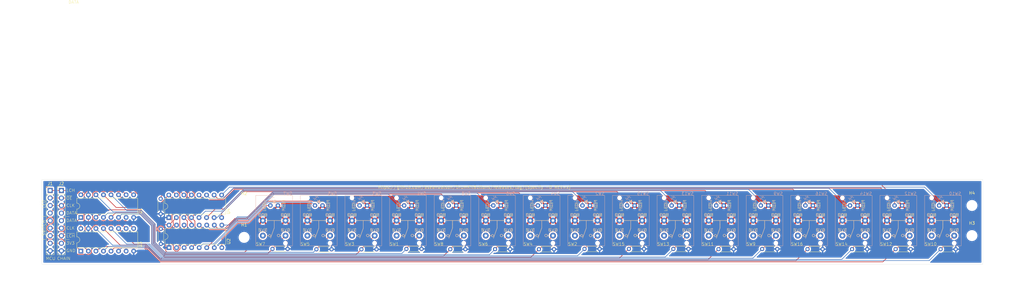
<source format=kicad_pcb>
(kicad_pcb (version 20240108) (generator "pcbnew") (generator_version "8.0")
  (title_block (comment 4 "See https://github.com/aseanwatson/DrumKitButtons/tree/${REV}"))
  (layers (0 "F.Cu" signal) (31 "B.Cu" signal) (34 "B.Paste" user) (35 "F.Paste" user) (36 "B.SilkS" user "B.Silkscreen") (37 "F.SilkS" user "F.Silkscreen") (38 "B.Mask" user) (39 "F.Mask" user) (44 "Edge.Cuts" user))
  (property "REV" "(Specify -D REV=x)")
  (net 0 "")
  (net 1 "LE_{LED}")
  (net 2 "CLK_{SW}")
  (net 3 "/DO_{SW}")
  (net 4 "~{OE_{LED}}")
  (net 5 "CLK_{LED}")
  (net 6 "VCC")
  (net 7 "/DI_{LED}")
  (net 8 "~{PL_{SW}}")
  (net 9 "/DO_{LED}")
  (net 10 "/DI_{SW}")
  (net 11 "GND")
  (net 12 "/Button Bank 0/SW_{5}")
  (net 13 "/Button Bank 0/SW_{1}")
  (net 14 "/Button Bank 0/SW_{6}")
  (net 15 "/Button Bank 0/SW_{2}")
  (net 16 "/Button Bank 0/SW_{7}")
  (net 17 "/Button Bank 0/SW_{3}")
  (net 18 "/Button Bank 0/SW_{4}")
  (net 19 "Net-(U2-R-EXT)")
  (net 21 "Net-(U4-R-EXT)")
  (net 22 "/Button Bank 1/SW_{5}")
  (net 25 "/Button Bank 1/SW_{1}")
  (net 26 "/Button Bank 1/SW_{6}")
  (net 28 "/Button Bank 1/SW_{2}")
  (net 30 "/Button Bank 1/SW_{7}")
  (net 32 "/Button Bank 1/SW_{3}")
  (net 36 "/Button Bank 1/SW_{4}")
  (net 37 "/Button Bank 0/LED_{5}")
  (net 38 "/Button Bank 0/LED_{1}")
  (net 39 "/Button Bank 0/LED_{6}")
  (net 40 "/Button Bank 0/LED_{2}")
  (net 41 "/Button Bank 0/LED_{7}")
  (net 42 "/Button Bank 0/LED_{3}")
  (net 43 "/Button Bank 0/LED_{4}")
  (net 45 "/Button Bank 1/LED_{5}")
  (net 46 "/Button Bank 1/LED_{1}")
  (net 48 "/Button Bank 1/LED_{6}")
  (net 50 "/Button Bank 1/LED_{2}")
  (net 53 "/Button Bank 1/LED_{7}")
  (net 54 "/Button Bank 1/LED_{3}")
  (net 57 "/Button Bank 1/LED_{4}")
  (net 59 "/Button Bank 0/DI_{SW}")
  (net 61 "/Button Bank 0/DO_{LED}")
  (net 62 "/Button Bank 0/SW_{0}")
  (net 63 "/Button Bank 1/SW_{0}")
  (net 64 "/Button Bank 0/LED_{0}")
  (net 65 "/Button Bank 1/LED_{0}")
  (footprint "Resistor_THT:R_Axial_DIN0204_L3.6mm_D1.6mm_P5.08mm_Horizontal" (layer "F.Cu") (at 205.1626 90.6616)
    (property "Reference" "R7" (hide yes))
    (property "Value" "47R")
  )
  (footprint "Resistor_THT:R_Axial_DIN0204_L3.6mm_D1.6mm_P5.08mm_Horizontal" (layer "F.Cu") (at 130.2834 90.5854)
    (property "Reference" "R8" (hide yes))
    (property "Value" "47R")
  )
  (footprint "Resistor_THT:R_Axial_DIN0204_L3.6mm_D1.6mm_P5.08mm_Horizontal" (layer "F.Cu") (at 92.666 73.6944 -90)
    (property "Reference" "R10" (hide yes))
    (property "Value" "400R")
  )
  (footprint "Resistor_THT:R_Axial_DIN0204_L3.6mm_D1.6mm_P5.08mm_Horizontal" (layer "F.Cu") (at 265.1574 90.5854)
    (property "Reference" "R15" (hide yes))
    (property "Value" "47R")
  )
  (footprint "MountingHole:MountingHole_3.2mm_M3" (layer "F.Cu") (at 120.7358 86.7026)
    (property "Reference" "H1")
    (property "Value" "MountingHole")
  )
  (footprint "Resistor_THT:R_Axial_DIN0204_L3.6mm_D1.6mm_P5.08mm_Horizontal" (layer "F.Cu") (at 280.3466 90.6616)
    (property "Reference" "R13" (hide yes))
    (property "Value" "47R")
  )
  (footprint "Resistor_THT:R_Axial_DIN0204_L3.6mm_D1.6mm_P5.08mm_Horizontal" (layer "F.Cu") (at 325.2792 90.6616)
    (property "Reference" "R16" (hide yes))
    (property "Value" "47R")
  )
  (footprint "Resistor_THT:R_Axial_DIN0204_L3.6mm_D1.6mm_P5.08mm_Horizontal" (layer "F.Cu") (at 219.92 90.687)
    (property "Reference" "R5" (hide yes))
    (property "Value" "47R")
  )
  (footprint "MountingHole:MountingHole_3.2mm_M3" (layer "F.Cu") (at 365.618474 75.951)
    (property "Reference" "H4")
    (property "Value" "MountingHole")
  )
  (footprint "Resistor_THT:R_Axial_DIN0204_L3.6mm_D1.6mm_P5.08mm_Horizontal" (layer "F.Cu") (at 355.0734 90.687)
    (property "Reference" "R12" (hide yes))
    (property "Value" "47R")
  )
  (footprint "Package_DIP:DIP-16_W7.62mm" (layer "F.Cu") (at 65.795 91.326 90)
    (property "Reference" "U3")
    (property "Value" "74HC165")
  )
  (footprint "Resistor_THT:R_Axial_DIN0204_L3.6mm_D1.6mm_P5.08mm_Horizontal" (layer "F.Cu") (at 310.2932 90.6616)
    (property "Reference" "R18" (hide yes))
    (property "Value" "47R")
  )
  (footprint "Package_DIP:DIP-16_W7.62mm" (layer "F.Cu") (at 65.795 79.9736 90)
    (property "Reference" "U1")
    (property "Value" "74HC165")
  )
  (footprint "Resistor_THT:R_Axial_DIN0204_L3.6mm_D1.6mm_P5.08mm_Horizontal" (layer "F.Cu") (at 145.0662 90.7124)
    (property "Reference" "R6" (hide yes))
    (property "Value" "47R")
  )
  (footprint "Resistor_THT:R_Axial_DIN0204_L3.6mm_D1.6mm_P5.08mm_Horizontal" (layer "F.Cu") (at 175.343 90.5854)
    (property "Reference" "R2" (hide yes))
    (property "Value" "47R")
  )
  (footprint "Connector_PinHeader_2.54mm:PinHeader_1x09_P2.54mm_Vertical" (layer "F.Cu") (at 55.486618 70.8846)
    (property "Reference" "J1")
    (property "Value" "Input")
  )
  (footprint "Resistor_THT:R_Axial_DIN0204_L3.6mm_D1.6mm_P5.08mm_Horizontal" (layer "F.Cu") (at 92.7168 83.839 -90)
    (property "Reference" "R1" (hide yes))
    (property "Value" "400R")
  )
  (footprint "Resistor_THT:R_Axial_DIN0204_L3.6mm_D1.6mm_P5.08mm_Horizontal" (layer "F.Cu") (at 295.0278 90.6108)
    (property "Reference" "R11" (hide yes))
    (property "Value" "47R")
  )
  (footprint "Resistor_THT:R_Axial_DIN0204_L3.6mm_D1.6mm_P5.08mm_Horizontal" (layer "F.Cu") (at 339.935 90.6616)
    (property "Reference" "R14" (hide yes))
    (property "Value" "47R")
  )
  (footprint "Connector_PinHeader_2.54mm:PinHeader_1x09_P2.54mm_Vertical" (layer "F.Cu") (at 59.265 70.9004)
    (property "Reference" "J2")
    (property "Value" "Output")
  )
  (footprint "Resistor_THT:R_Axial_DIN0204_L3.6mm_D1.6mm_P5.08mm_Horizontal" (layer "F.Cu") (at 190.1004 90.687)
    (property "Reference" "R9" (hide yes))
    (property "Value" "47R")
  )
  (footprint "Resistor_THT:R_Axial_DIN0204_L3.6mm_D1.6mm_P5.08mm_Horizontal" (layer "F.Cu") (at 160.2046 90.7124)
    (property "Reference" "R4" (hide yes))
    (property "Value" "47R")
  )
  (footprint "Package_DIP:DIP-16_W7.62mm" (layer "F.Cu") (at 95.46 90.179 90)
    (property "Reference" "U2")
    (property "Value" "TLC5916")
  )
  (footprint "MountingHole:MountingHole_3.2mm_M3" (layer "F.Cu") (at 120.7358 76.1106)
    (property "Reference" "H2")
    (property "Value" "MountingHole")
  )
  (footprint "MountingHole:MountingHole_3.2mm_M3" (layer "F.Cu") (at 365.618474 86.101)
    (property "Reference" "H3")
    (property "Value" "MountingHole")
  )
  (footprint "Resistor_THT:R_Axial_DIN0204_L3.6mm_D1.6mm_P5.08mm_Horizontal" (layer "F.Cu") (at 250.1968 90.5854)
    (property "Reference" "R17" (hide yes))
    (property "Value" "47R")
  )
  (footprint "Package_DIP:DIP-16_W7.62mm" (layer "F.Cu") (at 95.3988 80.0344 90)
    (property "Reference" "U4")
    (property "Value" "TLC5916")
  )
  (footprint "Resistor_THT:R_Axial_DIN0204_L3.6mm_D1.6mm_P5.08mm_Horizontal" (layer "F.Cu") (at 235.2616 90.5854)
    (property "Reference" "R3" (hide yes))
    (property "Value" "47R")
  )
  (footprint "Local:PB86" (layer "B.Cu") (at 310.845 81.026 180)
    (property "Reference" "SW16" (hide yes))
    (property "Value" "~")
  )
  (footprint "Local:PB86" (layer "B.Cu") (at 190.845 81.026 180)
    (property "Reference" "SW8" (hide yes))
    (property "Value" "~")
  )
  (footprint "Local:PB86" (layer "B.Cu") (at 295.845 81.026 180)
    (property "Reference" "SW9" (hide yes))
    (property "Value" "~")
  )
  (footprint "Local:PB86" (layer "B.Cu") (at 160.845 81.026 180)
    (property "Reference" "SW3" (hide yes))
    (property "Value" "~")
  )
  (footprint "Local:PB86" (layer "B.Cu") (at 220.845 81.026 180)
    (property "Reference" "SW4" (hide yes))
    (property "Value" "~")
  )
  (footprint "Local:PB86" (layer "B.Cu") (at 325.845 81.026 180)
    (property "Reference" "SW14" (hide yes))
    (property "Value" "~")
  )
  (footprint "Local:PB86" (layer "B.Cu") (at 280.845 81.026 180)
    (property "Reference" "SW11" (hide yes))
    (property "Value" "~")
  )
  (footprint "Local:PB86" (layer "B.Cu") (at 340.845 81.026 180)
    (property "Reference" "SW12" (hide yes))
    (property "Value" "~")
  )
  (footprint "Local:PB86" (layer "B.Cu") (at 250.845 81.026 180)
    (property "Reference" "SW15" (hide yes))
    (property "Value" "~")
  )
  (footprint "Local:PB86" (layer "B.Cu") (at 145.845 81.026 180)
    (property "Reference" "SW5" (hide yes))
    (property "Value" "~")
  )
  (footprint "Local:PB86" (layer "B.Cu") (at 175.845 81.026 180)
    (property "Reference" "SW1" (hide yes))
    (property "Value" "~")
  )
  (footprint "Local:PB86" (layer "B.Cu") (at 265.845 81.026 180)
    (property "Reference" "SW13" (hide yes))
    (property "Value" "~")
  )
  (footprint "Local:PB86" (layer "B.Cu") (at 355.845 81.026 180)
    (property "Reference" "SW10" (hide yes))
    (property "Value" "~")
  )
  (footprint "Local:PB86" (layer "B.Cu") (at 130.845 81.026 180)
    (property "Reference" "SW7" (hide yes))
    (property "Value" "~")
  )
  (footprint "Local:PB86" (layer "B.Cu") (at 205.845 81.026 180)
    (property "Reference" "SW6" (hide yes))
    (property "Value" "~")
  )
  (footprint "Local:PB86" (layer "B.Cu") (at 235.845 81.026 180)
    (property "Reference" "SW2" (hide yes))
    (property "Value" "~")
  )
  (gr_line (start 52.817474 79.6666) (end 53.960474 79.6666) (stroke (width 0.1)) (layer "F.SilkS"))
  (gr_line (start 60.818474 79.6666) (end 61.961474 79.6666) (stroke (width 0.1)) (layer "F.SilkS"))
  (gr_line (start 60.818474 87.4136) (end 61.961474 87.4136) (stroke (width 0.1)) (layer "F.SilkS"))
  (gr_line (start 52.817474 87.4136) (end 53.960474 87.4136) (stroke (width 0.1)) (layer "F.SilkS"))
  (gr_rect (start 52.690474 67.2206) (end 369.293474 95.7286) (stroke (width 0.05)) (fill none) (layer "Edge.Cuts"))
  (gr_text "~{OE}" (at 60.872474 74.088233 0) (layer "F.SilkS") (effects (font (size 1 1) (thickness 0.1)) (justify left bottom)))
  (gr_text "LED" (at 53.960474 76.8726 90) (layer "F.SilkS") (effects (font (size 1 1) (thickness 0.1)) (justify left bottom)))
  (gr_text "LCH" (at 60.872474 71.4399 0) (layer "F.SilkS") (effects (font (size 1 1) (thickness 0.1)) (justify left bottom)))
  (gr_text "~{LCH}" (at 60.872474 86.788233 0) (layer "F.SilkS") (effects (font (size 1 1) (thickness 0.1)) (justify left bottom)))
  (gr_text "DATA" (at 61.580474 8 0) (layer "F.SilkS") (effects (font (size 1 1) (thickness 0.1)) (justify left bottom)))
  (gr_text "3V3" (at 60.872474 89.2199 0) (layer "F.SilkS") (effects (font (size 1 1) (thickness 0.1)) (justify left bottom)))
  (gr_text "https://github.com/aseanwatson/DrumKitButtons/releases/tag/${REV}" (at 165.720474 70.3956 0) (layer "F.SilkS") (effects (font (size 1 1) (thickness 0.1)) (justify left bottom)))
  (gr_text "SWITCH" (at 53.960474 86.2706 90) (layer "F.SilkS") (effects (font (size 1 1) (thickness 0.1)) (justify left bottom)))
  (gr_text "GND" (at 60.872474 91.7599 0) (layer "F.SilkS") (effects (font (size 1 1) (thickness 0.1)) (justify left bottom)))
  (gr_text "MCU" (at 53.960474 94.3986 0) (layer "F.SilkS") (effects (font (size 1 1) (thickness 0.1)) (justify left bottom)))
  (gr_text "CLK" (at 60.872474 76.5199 0) (layer "F.SilkS") (effects (font (size 1 1) (thickness 0.1)) (justify left bottom)))
  (gr_text "DATA" (at 60.872474 81.5999 0) (layer "F.SilkS") (effects (font (size 1 1) (thickness 0.1)) (justify left bottom)))
  (gr_text "CLK" (at 60.872474 84.1399 0) (layer "F.SilkS") (effects (font (size 1 1) (thickness 0.1)) (justify left bottom)))
  (gr_text "CHAIN" (at 57.770474 94.3986 0) (layer "F.SilkS") (effects (font (size 1 1) (thickness 0.1)) (justify left bottom)))
  (gr_text "DATA" (at 60.872474 79.0599 0) (layer "F.SilkS") (effects (font (size 1 1) (thickness 0.1)) (justify left bottom)))
  (segment (start 104.1188 78.9344) (end 103.0188 80.0344) (width 0.2) (layer "F.Cu") (net 1))
  (segment (start 65.82267 68.312404) (end 100.492004 68.312404) (width 0.2) (layer "F.Cu") (net 1))
  (segment (start 104.1188 71.9392) (end 104.1188 78.9344) (width 0.2) (layer "F.Cu") (net 1))
  (segment (start 103.0188 80.0344) (end 104.18 81.1956) (width 0.2) (layer "F.Cu") (net 1))
  (segment (start 55.486618 70.8846) (end 59.2492 70.8846) (width 0.2) (layer "F.Cu") (net 1))
  (segment (start 104.18 89.079) (end 103.08 90.179) (width 0.2) (layer "F.Cu") (net 1))
  (segment (start 100.492004 68.312404) (end 104.1188 71.9392) (width 0.2) (layer "F.Cu") (net 1))
  (segment (start 104.18 81.1956) (end 104.18 89.079) (width 0.2) (layer "F.Cu") (net 1))
  (segment (start 59.265 70.9004) (end 63.234674 70.9004) (width 0.2) (layer "F.Cu") (net 1))
  (segment (start 63.234674 70.9004) (end 65.82267 68.312404) (width 0.2) (layer "F.Cu") (net 1))
  (segment (start 55.486618 83.5846) (end 59.2492 83.5846) (width 0.2) (layer "F.Cu") (net 2))
  (segment (start 68.335 79.9736) (end 68.335 78.84223) (width 0.2) (layer "F.Cu") (net 2))
  (segment (start 64.6434 78.222) (end 59.265 83.6004) (width 0.2) (layer "F.Cu") (net 2))
  (segment (start 67.71477 78.222) (end 64.6434 78.222) (width 0.2) (layer "F.Cu") (net 2))
  (segment (start 67.235 82.20497) (end 68.335 81.10497) (width 0.2) (layer "F.Cu") (net 2))
  (segment (start 67.235 90.226) (end 67.235 82.20497) (width 0.2) (layer "F.Cu") (net 2))
  (segment (start 68.335 81.10497) (end 68.335 79.9736) (width 0.2) (layer "F.Cu") (net 2))
  (segment (start 68.335 91.326) (end 67.235 90.226) (width 0.2) (layer "F.Cu") (net 2))
  (segment (start 68.335 78.84223) (end 67.71477 78.222) (width 0.2) (layer "F.Cu") (net 2))
  (segment (start 66.895 72.193074) (end 68.234474 70.8536) (width 0.2) (layer "F.Cu") (net 3))
  (segment (start 66.895 73.4304) (end 66.895 72.193074) (width 0.2) (layer "F.Cu") (net 3))
  (segment (start 81.989103 70.8536) (end 83.489103 72.3536) (width 0.2) (layer "F.Cu") (net 3))
  (segment (start 59.265 81.0604) (end 66.895 73.4304) (width 0.2) (layer "F.Cu") (net 3))
  (segment (start 68.234474 70.8536) (end 81.989103 70.8536) (width 0.2) (layer "F.Cu") (net 3))
  (segment (start 55.486618 73.4246) (end 59.2492 73.4246) (width 0.2) (layer "F.Cu") (net 4))
  (segment (start 99.316804 68.712404) (end 65.988356 68.712404) (width 0.2) (layer "F.Cu") (net 4))
  (segment (start 101.9188 80.490035) (end 103.08 81.651235) (width 0.2) (layer "F.Cu") (net 4))
  (segment (start 61.26036 73.4404) (end 59.265 73.4404) (width 0.2) (layer "F.Cu") (net 4))
  (segment (start 103.0188 72.4144) (end 99.316804 68.712404) (width 0.2) (layer "F.Cu") (net 4))
  (segment (start 103.08 81.651235) (end 103.08 82.559) (width 0.2) (layer "F.Cu") (net 4))
  (segment (start 103.0188 72.4144) (end 101.9188 73.5144) (width 0.2) (layer "F.Cu") (net 4))
  (segment (start 101.9188 73.5144) (end 101.9188 80.490035) (width 0.2) (layer "F.Cu") (net 4))
  (segment (start 65.988356 68.712404) (end 61.26036 73.4404) (width 0.2) (layer "F.Cu") (net 4))
  (segment (start 66.292674 69.1124) (end 59.424674 75.9804) (width 0.2) (layer "F.Cu") (net 5))
  (segment (start 59.424674 75.9804) (end 59.265 75.9804) (width 0.2) (layer "F.Cu") (net 5))
  (segment (start 101.64 81.1956) (end 101.64 89.079) (width 0.2) (layer "F.Cu") (net 5))
  (segment (start 100.4788 80.0344) (end 101.64 81.1956) (width 0.2) (layer "F.Cu") (net 5))
  (segment (start 101.5788 71.8376) (end 98.8536 69.1124) (width 0.2) (layer "F.Cu") (net 5))
  (segment (start 101.5788 72.870035) (end 101.5788 71.8376) (width 0.2) (layer "F.Cu") (net 5))
  (segment (start 101.64 89.079) (end 100.54 90.179) (width 0.2) (layer "F.Cu") (net 5))
  (segment (start 101.278799 73.170036) (end 101.5788 72.870035) (width 0.2) (layer "F.Cu") (net 5))
  (segment (start 101.278799 79.234401) (end 101.278799 73.170036) (width 0.2) (layer "F.Cu") (net 5))
  (segment (start 98.8536 69.1124) (end 66.292674 69.1124) (width 0.2) (layer "F.Cu") (net 5))
  (segment (start 100.4788 80.0344) (end 101.278799 79.234401) (width 0.2) (layer "F.Cu") (net 5))
  (segment (start 55.486618 75.9646) (end 59.2492 75.9646) (width 0.2) (layer "F.Cu") (net 5))
  (segment (start 65.795 83.706) (end 65.795 82.1736) (width 0.2) (layer "F.Cu") (net 6))
  (segment (start 87.871635 75.0946) (end 92.7186 75.0946) (width 0.2) (layer "F.Cu") (net 6))
  (segment (start 54.967474 79.8946) (end 53.536618 81.325456) (width 0.2) (layer "F.Cu") (net 6))
  (segment (start 53.536618 86.7146) (end 53.536618 70.565456) (width 0.2) (layer "F.Cu") (net 6))
  (segment (start 53.536618 70.565456) (end 56.246474 67.8556) (width 0.2) (layer "F.Cu") (net 6))
  (segment (start 95.46 82.559) (end 96.4988 81.5202) (width 0.2) (layer "F.Cu") (net 6))
  (segment (start 66.914474 79.0316) (end 66.533474 78.6506) (width 0.2) (layer "F.Cu") (net 6))
  (segment (start 59.798674 84.7504) (end 54.980274 84.7504) (width 0.2) (layer "F.Cu") (net 6))
  (segment (start 92.7186 75.0946) (end 95.3988 72.4144) (width 0.2) (layer "F.Cu") (net 6))
  (segment (start 56.246474 67.8556) (end 334.0246 67.8556) (width 0.2) (layer "F.Cu") (net 6))
  (segment (start 54.980274 84.7504) (end 54.336618 84.106744) (width 0.2) (layer "F.Cu") (net 6))
  (segment (start 53.536618 81.325456) (end 53.536618 86.7146) (width 0.2) (layer "F.Cu") (net 6))
  (segment (start 95.46 82.559) (end 95.34 82.439) (width 0.2) (layer "F.Cu") (net 6))
  (segment (start 124.953474 87.6676) (end 124.953474 83.107526) (width 0.2) (layer "F.Cu") (net 6))
  (segment (start 60.415 83.1536) (end 60.415 84.134074) (width 0.2) (layer "F.Cu") (net 6))
  (segment (start 65.795 72.3536) (end 67.695 70.4536) (width 0.2) (layer "F.Cu") (net 6))
  (segment (start 55.486618 88.6646) (end 53.536618 86.7146) (width 0.2) (layer "F.Cu") (net 6))
  (segment (start 67.695 70.4536) (end 83.230635 70.4536) (width 0.2) (layer "F.Cu") (net 6))
  (segment (start 92.1369 82.439) (end 91.298474 83.277426) (width 0.2) (layer "F.Cu") (net 6))
  (segment (start 56.093474 79.8946) (end 54.967474 79.8946) (width 0.2) (layer "F.Cu") (net 6))
  (segment (start 55.962964 82.1946) (end 56.636618 81.520946) (width 0.2) (layer "F.Cu") (net 6))
  (segment (start 66.533474 78.6506) (end 64.918 78.6506) (width 0.2) (layer "F.Cu") (net 6))
  (segment (start 95.34 82.439) (end 92.1369 82.439) (width 0.2) (layer "F.Cu") (net 6))
  (segment (start 54.336618 83.100456) (end 55.242474 82.1946) (width 0.2) (layer "F.Cu") (net 6))
  (segment (start 96.4988 73.5144) (end 95.3988 72.4144) (width 0.2) (layer "F.Cu") (net 6))
  (segment (start 56.636618 80.437744) (end 56.093474 79.8946) (width 0.2) (layer "F.Cu") (net 6))
  (segment (start 54.336618 84.106744) (end 54.336618 83.100456) (width 0.2) (layer "F.Cu") (net 6))
  (segment (start 120.889474 91.7316) (end 124.953474 87.6676) (width 0.2) (layer "F.Cu") (net 6))
  (segment (start 55.242474 82.1946) (end 55.962964 82.1946) (width 0.2) (layer "F.Cu") (net 6))
  (segment (start 55.486618 88.6646) (end 59.2492 88.6646) (width 0.2) (layer "F.Cu") (net 6))
  (segment (start 91.298474 84.4926) (end 94.36 87.554126) (width 0.2) (layer "F.Cu") (net 6))
  (segment (start 124.953474 83.107526) (end 127.035 81.026) (width 0.2) (layer "F.Cu") (net 6))
  (segment (start 94.36 91.279) (end 94.8126 91.7316) (width 0.2) (layer "F.Cu") (net 6))
  (segment (start 91.298474 83.277426) (end 91.298474 84.4926) (width 0.2) (layer "F.Cu") (net 6))
  (segment (start 65.795 82.1736) (end 66.914474 81.054126) (width 0.2) (layer "F.Cu") (net 6))
  (segment (start 94.36 87.554126) (end 94.36 91.279) (width 0.2) (layer "F.Cu") (net 6))
  (segment (start 94.8126 91.7316) (end 120.889474 91.7316) (width 0.2) (layer "F.Cu") (net 6))
  (segment (start 56.636618 81.520946) (end 56.636618 80.437744) (width 0.2) (layer "F.Cu") (net 6))
  (segment (start 83.230635 70.4536) (end 87.871635 75.0946) (width 0.2) (layer "F.Cu") (net 6))
  (segment (start 64.918 78.6506) (end 60.415 83.1536) (width 0.2) (layer "F.Cu") (net 6))
  (segment (start 60.415 84.134074) (end 59.798674 84.7504) (width 0.2) (layer "F.Cu") (net 6))
  (segment (start 66.914474 81.054126) (end 66.914474 79.0316) (width 0.2) (layer "F.Cu") (net 6))
  (segment (start 96.4988 81.5202) (end 96.4988 73.5144) (width 0.2) (layer "F.Cu") (net 6))
  (segment (start 334.0246 67.8556) (end 342.115 75.946) (width 0.2) (layer "F.Cu") (net 6))
  (segment (start 97.140474 70.0146) (end 66.533474 70.0146) (width 0.2) (layer "F.Cu") (net 7))
  (segment (start 62.215474 74.3326) (end 62.215474 75.569926) (width 0.2) (layer "F.Cu") (net 7))
  (segment (start 99.1 89.079) (end 99.1 71.974126) (width 0.2) (layer "F.Cu") (net 7))
  (segment (start 66.533474 70.0146) (end 62.215474 74.3326) (width 0.2) (layer "F.Cu") (net 7))
  (segment (start 62.215474 75.569926) (end 59.265 78.5204) (width 0.2) (layer "F.Cu") (net 7))
  (segment (start 99.1 71.974126) (end 97.140474 70.0146) (width 0.2) (layer "F.Cu") (net 7))
  (segment (start 98 90.179) (end 99.1 89.079) (width 0.2) (layer "F.Cu") (net 7))
  (segment (start 60.6094 86.1404) (end 65.795 91.326) (width 0.2) (layer "F.Cu") (net 8))
  (segment (start 55.486618 86.1246) (end 59.2492 86.1246) (width 0.2) (layer "F.Cu") (net 8))
  (segment (start 64.695 81.0736) (end 64.3318 81.0736) (width 0.2) (layer "F.Cu") (net 8))
  (segment (start 64.3318 81.0736) (end 59.265 86.1404) (width 0.2) (layer "F.Cu") (net 8))
  (segment (start 65.795 79.9736) (end 64.695 81.0736) (width 0.2) (layer "F.Cu") (net 8))
  (segment (start 59.265 86.1404) (end 60.6094 86.1404) (width 0.2) (layer "F.Cu") (net 8))
  (segment (start 66.35616 69.6146) (end 97.679 69.6146) (width 0.2) (layer "F.Cu") (net 9))
  (segment (start 61.815474 74.155286) (end 66.35616 69.6146) (width 0.2) (layer "F.Cu") (net 9))
  (segment (start 59.741346 77.1304) (end 61.815474 75.056272) (width 0.2) (layer "F.Cu") (net 9))
  (segment (start 61.815474 75.056272) (end 61.815474 74.155286) (width 0.2) (layer "F.Cu") (net 9))
  (segment (start 97.679 69.6146) (end 100.4788 72.4144) (width 0.2) (layer "F.Cu") (net 9))
  (segment (start 55.486618 78.5046) (end 56.860818 77.1304) (width 0.2) (layer "F.Cu") (net 9))
  (segment (start 56.860818 77.1304) (end 59.741346 77.1304) (width 0.2) (layer "F.Cu") (net 9))
  (segment (start 53.936618 86.500744) (end 54.726274 87.2904) (width 0.2) (layer "F.Cu") (net 10))
  (segment (start 59.552274 87.2904) (end 64.687874 92.426) (width 0.2) (layer "F.Cu") (net 10))
  (segment (start 69.435 83.590366) (end 70.461828 82.563537) (width 0.2) (layer "F.Cu") (net 10))
  (segment (start 54.726274 87.2904) (end 59.552274 87.2904) (width 0.2) (layer "F.Cu") (net 10))
  (segment (start 55.486618 81.0446) (end 53.936618 82.5946) (width 0.2) (layer "F.Cu") (net 10))
  (segment (start 68.790635 92.426) (end 69.435 91.781635) (width 0.2) (layer "F.Cu") (net 10))
  (segment (start 64.687874 92.426) (end 68.790635 92.426) (width 0.2) (layer "F.Cu") (net 10))
  (segment (start 53.936618 82.5946) (end 53.936618 86.500744) (width 0.2) (layer "F.Cu") (net 10))
  (segment (start 69.435 91.781635) (end 69.435 83.590366) (width 0.2) (layer "F.Cu") (net 10))
  (segment (start 79.892537 82.563537) (end 81.035 83.706) (width 0.2) (layer "F.Cu") (net 10))
  (segment (start 70.461828 82.563537) (end 79.892537 82.563537) (width 0.2) (layer "F.Cu") (net 10))
  (segment (start 89.647474 89.006914) (end 93.985155 93.344595) (width 0.2) (layer "F.Cu") (net 12))
  (segment (start 93.985155 93.344595) (end 217.262405 93.344595) (width 0.2) (layer "F.Cu") (net 12))
  (segment (start 85.283416 78.3966) (end 89.647474 82.760658) (width 0.2) (layer "F.Cu") (net 12))
  (segment (start 217.262405 93.344595) (end 219.92 90.687) (width 0.2) (layer "F.Cu") (net 12))
  (segment (start 77.532 78.3966) (end 85.283416 78.3966) (width 0.2) (layer "F.Cu") (net 12))
  (segment (start 224.655 86.106) (end 220.074 90.687) (width 0.2) (layer "F.Cu") (net 12))
  (segment (start 75.955 79.9736) (end 77.532 78.3966) (width 0.2) (layer "F.Cu") (net 12))
  (segment (start 89.647474 82.760658) (end 89.647474 89.006914) (width 0.2) (layer "F.Cu") (net 12))
  (segment (start 84.636788 76.6186) (end 77.68 76.6186) (width 0.2) (layer "F.Cu") (net 13))
  (segment (start 77.68 76.6186) (end 73.415 72.3536) (width 0.2) (layer "F.Cu") (net 13))
  (segment (start 90.447474 88.617856) (end 90.447474 82.429286) (width 0.2) (layer "F.Cu") (net 13))
  (segment (start 94.316527 92.544595) (end 90.993474 89.221542) (width 0.2) (layer "F.Cu") (net 13))
  (segment (start 90.993474 89.163856) (end 90.447474 88.617856) (width 0.2) (layer "F.Cu") (net 13))
  (segment (start 90.447474 82.429286) (end 84.636788 76.6186) (width 0.2) (layer "F.Cu") (net 13))
  (segment (start 164.655 86.106) (end 160.2046 90.5564) (width 0.2) (layer "F.Cu") (net 13))
  (segment (start 160.2046 90.7124) (end 158.372405 92.544595) (width 0.2) (layer "F.Cu") (net 13))
  (segment (start 158.372405 92.544595) (end 94.316527 92.544595) (width 0.2) (layer "F.Cu") (net 13))
  (segment (start 90.993474 89.221542) (end 90.993474 89.163856) (width 0.2) (layer "F.Cu") (net 13))
  (segment (start 209.655 86.106) (end 205.1626 90.5984) (width 0.2) (layer "F.Cu") (net 14))
  (segment (start 89.990474 82.537972) (end 89.990474 88.73826) (width 0.2) (layer "B.Cu") (net 14))
  (segment (start 74.915 78.4736) (end 85.926102 78.4736) (width 0.2) (layer "B.Cu") (net 14))
  (segment (start 93.749214 92.497) (end 203.3272 92.497) (width 0.2) (layer "B.Cu") (net 14))
  (segment (start 89.990474 88.73826) (end 93.749214 92.497) (width 0.2) (layer "B.Cu") (net 14))
  (segment (start 203.3272 92.497) (end 205.1626 90.6616) (width 0.2) (layer "B.Cu") (net 14))
  (segment (start 85.926102 78.4736) (end 89.990474 82.537972) (width 0.2) (layer "B.Cu") (net 14))
  (segment (start 73.415 79.9736) (end 74.915 78.4736) (width 0.2) (layer "B.Cu") (net 14))
  (segment (start 149.655 86.106) (end 145.0662 90.6948) (width 0.2) (layer "F.Cu") (net 15))
  (segment (start 90.790474 88.406888) (end 90.790474 82.2066) (width 0.2) (layer "B.Cu") (net 15))
  (segment (start 145.0662 90.7124) (end 144.0816 91.697) (width 0.2) (layer "B.Cu") (net 15))
  (segment (start 90.790474 82.2066) (end 86.22713 77.643256) (width 0.2) (layer "B.Cu") (net 15))
  (segment (start 81.244656 77.643256) (end 75.955 72.3536) (width 0.2) (layer "B.Cu") (net 15))
  (segment (start 94.080586 91.697) (end 90.790474 88.406888) (width 0.2) (layer "B.Cu") (net 15))
  (segment (start 144.0816 91.697) (end 94.080586 91.697) (width 0.2) (layer "B.Cu") (net 15))
  (segment (start 86.22713 77.643256) (end 81.244656 77.643256) (width 0.2) (layer "B.Cu") (net 15))
  (segment (start 94.150841 92.944595) (end 187.842805 92.944595) (width 0.2) (layer "F.Cu") (net 16))
  (segment (start 90.047474 88.783542) (end 90.593474 89.329542) (width 0.2) (layer "F.Cu") (net 16))
  (segment (start 70.875 79.9736) (end 73.43 77.4186) (width 0.2) (layer "F.Cu") (net 16))
  (segment (start 187.842805 92.944595) (end 190.1004 90.687) (width 0.2) (layer "F.Cu") (net 16))
  (segment (start 73.43 77.4186) (end 84.871102 77.4186) (width 0.2) (layer "F.Cu") (net 16))
  (segment (start 90.593474 89.329542) (end 90.593474 89.387228) (width 0.2) (layer "F.Cu") (net 16))
  (segment (start 90.593474 89.387228) (end 94.150841 92.944595) (width 0.2) (layer "F.Cu") (net 16))
  (segment (start 84.871102 77.4186) (end 90.047474 82.594972) (width 0.2) (layer "F.Cu") (net 16))
  (segment (start 194.655 86.106) (end 190.1004 90.6606) (width 0.2) (layer "F.Cu") (net 16))
  (segment (start 90.047474 82.594972) (end 90.047474 88.783542) (width 0.2) (layer "F.Cu") (net 16))
  (segment (start 128.724205 92.144595) (end 130.2834 90.5854) (width 0.2) (layer "F.Cu") (net 17))
  (segment (start 90.847474 88.45217) (end 91.393474 88.99817) (width 0.2) (layer "F.Cu") (net 17))
  (segment (start 134.655 86.106) (end 130.2834 90.4776) (width 0.2) (layer "F.Cu") (net 17))
  (segment (start 91.393474 89.055856) (end 94.482213 92.144595) (width 0.2) (layer "F.Cu") (net 17))
  (segment (start 91.393474 88.99817) (end 91.393474 89.055856) (width 0.2) (layer "F.Cu") (net 17))
  (segment (start 78.495 72.3536) (end 81.852 75.7106) (width 0.2) (layer "F.Cu") (net 17))
  (segment (start 94.482213 92.144595) (end 128.724205 92.144595) (width 0.2) (layer "F.Cu") (net 17))
  (segment (start 84.294474 75.7106) (end 90.847474 82.2636) (width 0.2) (layer "F.Cu") (net 17))
  (segment (start 81.852 75.7106) (end 84.294474 75.7106) (width 0.2) (layer "F.Cu") (net 17))
  (segment (start 90.847474 82.2636) (end 90.847474 88.45217) (width 0.2) (layer "F.Cu") (net 17))
  (segment (start 239.655 86.106) (end 235.2616 90.4994) (width 0.2) (layer "F.Cu") (net 18))
  (segment (start 85.760416 78.8736) (end 79.595 78.8736) (width 0.2) (layer "B.Cu") (net 18))
  (segment (start 89.590474 88.903946) (end 89.590474 82.703658) (width 0.2) (layer "B.Cu") (net 18))
  (segment (start 235.2616 90.5854) (end 232.95 92.897) (width 0.2) (layer "B.Cu") (net 18))
  (segment (start 93.583528 92.897) (end 89.590474 88.903946) (width 0.2) (layer "B.Cu") (net 18))
  (segment (start 89.590474 82.703658) (end 85.760416 78.8736) (width 0.2) (layer "B.Cu") (net 18))
  (segment (start 232.95 92.897) (end 93.583528 92.897) (width 0.2) (layer "B.Cu") (net 18))
  (segment (start 79.595 78.8736) (end 78.495 79.9736) (width 0.2) (layer "B.Cu") (net 18))
  (segment (start 92.9368 84.059) (end 92.7168 83.839) (width 0.2) (layer "F.Cu") (net 19))
  (segment (start 96.5 84.059) (end 92.9368 84.059) (width 0.2) (layer "F.Cu") (net 19))
  (segment (start 98 82.559) (end 96.5 84.059) (width 0.2) (layer "F.Cu") (net 19))
  (segment (start 92.666 73.02588) (end 94.77748 70.9144) (width 0.2) (layer "F.Cu") (net 21))
  (segment (start 94.77748 70.9144) (end 96.4388 70.9144) (width 0.2) (layer "F.Cu") (net 21))
  (segment (start 92.666 73.6944) (end 92.666 73.02588) (width 0.2) (layer "F.Cu") (net 21))
  (segment (start 96.4388 70.9144) (end 97.9388 72.4144) (width 0.2) (layer "F.Cu") (net 21))
  (segment (start 344.655 86.106) (end 340.0994 90.6616) (width 0.2) (layer "F.Cu") (net 22))
  (segment (start 75.955 91.326) (end 77.055 90.226) (width 0.2) (layer "F.Cu") (net 22))
  (segment (start 335.652005 94.944595) (end 339.935 90.6616) (width 0.2) (layer "F.Cu") (net 22))
  (segment (start 91.913783 94.944595) (end 335.652005 94.944595) (width 0.2) (layer "F.Cu") (net 22))
  (segment (start 77.055 90.226) (end 87.195188 90.226) (width 0.2) (layer "F.Cu") (net 22))
  (segment (start 87.195188 90.226) (end 91.913783 94.944595) (width 0.2) (layer "F.Cu") (net 22))
  (segment (start 73.415 83.706) (end 79.0466 89.3376) (width 0.2) (layer "F.Cu") (net 25))
  (segment (start 87.43816 89.3376) (end 92.245155 94.144595) (width 0.2) (layer "F.Cu") (net 25))
  (segment (start 79.0466 89.3376) (end 87.43816 89.3376) (width 0.2) (layer "F.Cu") (net 25))
  (segment (start 284.655 86.106) (end 280.3466 90.4144) (width 0.2) (layer "F.Cu") (net 25))
  (segment (start 276.863605 94.144595) (end 280.3466 90.6616) (width 0.2) (layer "F.Cu") (net 25))
  (segment (start 92.245155 94.144595) (end 276.863605 94.144595) (width 0.2) (layer "F.Cu") (net 25))
  (segment (start 329.655 86.106) (end 325.2792 90.4818) (width 0.2) (layer "F.Cu") (net 26))
  (segment (start 88.60016 89.7376) (end 92.95956 94.097) (width 0.2) (layer "B.Cu") (net 26))
  (segment (start 92.95956 94.097) (end 321.8438 94.097) (width 0.2) (layer "B.Cu") (net 26))
  (segment (start 321.8438 94.097) (end 325.2792 90.6616) (width 0.2) (layer "B.Cu") (net 26))
  (segment (start 73.415 91.326) (end 75.0034 89.7376) (width 0.2) (layer "B.Cu") (net 26))
  (segment (start 75.0034 89.7376) (end 88.60016 89.7376) (width 0.2) (layer "B.Cu") (net 26))
  (segment (start 269.655 86.106) (end 265.1756 90.5854) (width 0.2) (layer "F.Cu") (net 28))
  (segment (start 81.1866 88.9376) (end 88.94316 88.9376) (width 0.2) (layer "B.Cu") (net 28))
  (segment (start 93.30256 93.297) (end 262.4458 93.297) (width 0.2) (layer "B.Cu") (net 28))
  (segment (start 262.4458 93.297) (end 265.1574 90.5854) (width 0.2) (layer "B.Cu") (net 28))
  (segment (start 88.94316 88.9376) (end 93.30256 93.297) (width 0.2) (layer "B.Cu") (net 28))
  (segment (start 75.955 83.706) (end 81.1866 88.9376) (width 0.2) (layer "B.Cu") (net 28))
  (segment (start 71.033313 91.326) (end 72.621713 89.7376) (width 0.2) (layer "F.Cu") (net 30))
  (segment (start 87.272474 89.7376) (end 92.079469 94.544595) (width 0.2) (layer "F.Cu") (net 30))
  (segment (start 92.079469 94.544595) (end 306.410205 94.544595) (width 0.2) (layer "F.Cu") (net 30))
  (segment (start 72.621713 89.7376) (end 87.272474 89.7376) (width 0.2) (layer "F.Cu") (net 30))
  (segment (start 306.410205 94.544595) (end 310.2932 90.6616) (width 0.2) (layer "F.Cu") (net 30))
  (segment (start 314.655 86.106) (end 310.2932 90.4678) (width 0.2) (layer "F.Cu") (net 30))
  (segment (start 83.7266 88.9376) (end 87.603846 88.9376) (width 0.2) (layer "F.Cu") (net 32))
  (segment (start 92.410841 93.744595) (end 246.952405 93.744595) (width 0.2) (layer "F.Cu") (net 32))
  (segment (start 87.603846 88.9376) (end 92.410841 93.744595) (width 0.2) (layer "F.Cu") (net 32))
  (segment (start 78.495 83.706) (end 83.7266 88.9376) (width 0.2) (layer "F.Cu") (net 32))
  (segment (start 246.952405 93.744595) (end 254.591 86.106) (width 0.2) (layer "F.Cu") (net 32))
  (segment (start 359.655 86.106) (end 355.074 90.687) (width 0.2) (layer "F.Cu") (net 36))
  (segment (start 88.504474 90.2076) (end 92.793874 94.497) (width 0.2) (layer "B.Cu") (net 36))
  (segment (start 92.793874 94.497) (end 351.2634 94.497) (width 0.2) (layer "B.Cu") (net 36))
  (segment (start 79.6134 90.2076) (end 88.504474 90.2076) (width 0.2) (layer "B.Cu") (net 36))
  (segment (start 351.2634 94.497) (end 355.0734 90.687) (width 0.2) (layer "B.Cu") (net 36))
  (segment (start 78.495 91.326) (end 79.6134 90.2076) (width 0.2) (layer "B.Cu") (net 36))
  (segment (start 117.642874 80.3016) (end 114.285474 83.659) (width 0.2) (layer "F.Cu") (net 37))
  (segment (start 114.285474 83.659) (end 111.8 83.659) (width 0.2) (layer "F.Cu") (net 37))
  (segment (start 213.1926 71.6876) (end 130.026192 71.6876) (width 0.2) (layer "F.Cu") (net 37))
  (segment (start 121.412192 80.3016) (end 117.642874 80.3016) (width 0.2) (layer "F.Cu") (net 37))
  (segment (start 130.026192 71.6876) (end 121.412192 80.3016) (width 0.2) (layer "F.Cu") (net 37))
  (segment (start 111.8 83.659) (end 110.7 82.559) (width 0.2) (layer "F.Cu") (net 37))
  (segment (start 217.451 75.946) (end 213.1926 71.6876) (width 0.2) (layer "F.Cu") (net 37))
  (segment (start 219.575 75.946) (end 217.451 75.946) (width 0.2) (layer "F.Cu") (net 37))
  (segment (start 114.854432 84.459) (end 118.160832 81.1526) (width 0.2) (layer "F.Cu") (net 38))
  (segment (start 108.16 90.179) (end 113.88 84.459) (width 0.2) (layer "F.Cu") (net 38))
  (segment (start 118.160832 81.1526) (end 121.931845 81.1526) (width 0.2) (layer "F.Cu") (net 38))
  (segment (start 158.113 74.484) (end 159.575 75.946) (width 0.2) (layer "F.Cu") (net 38))
  (segment (start 128.600445 74.484) (end 158.113 74.484) (width 0.2) (layer "F.Cu") (net 38))
  (segment (start 121.931845 81.1526) (end 128.600445 74.484) (width 0.2) (layer "F.Cu") (net 38))
  (segment (start 113.88 84.459) (end 114.854432 84.459) (width 0.2) (layer "F.Cu") (net 38))
  (segment (start 118.68016 80.1556) (end 122.247788 80.1556) (width 0.2) (layer "B.Cu") (net 39))
  (segment (start 130.645988 71.7574) (end 199.113608 71.7574) (width 0.2) (layer "B.Cu") (net 39))
  (segment (start 199.113608 71.7574) (end 203.302208 75.946) (width 0.2) (layer "B.Cu") (net 39))
  (segment (start 108.16 82.559) (end 109.26 83.659) (width 0.2) (layer "B.Cu") (net 39))
  (segment (start 109.26 83.659) (end 115.17676 83.659) (width 0.2) (layer "B.Cu") (net 39))
  (segment (start 122.247788 80.1556) (end 130.645988 71.7574) (width 0.2) (layer "B.Cu") (net 39))
  (segment (start 115.17676 83.659) (end 118.68016 80.1556) (width 0.2) (layer "B.Cu") (net 39))
  (segment (start 203.302208 75.946) (end 204.575 75.946) (width 0.2) (layer "B.Cu") (net 39))
  (segment (start 122.097531 81.5526) (end 118.437788 81.5526) (width 0.2) (layer "B.Cu") (net 40))
  (segment (start 110.7 89.290388) (end 110.7 90.179) (width 0.2) (layer "B.Cu") (net 40))
  (segment (start 143.513 74.884) (end 128.766131 74.884) (width 0.2) (layer "B.Cu") (net 40))
  (segment (start 128.766131 74.884) (end 122.097531 81.5526) (width 0.2) (layer "B.Cu") (net 40))
  (segment (start 118.437788 81.5526) (end 110.7 89.290388) (width 0.2) (layer "B.Cu") (net 40))
  (segment (start 144.575 75.946) (end 143.513 74.884) (width 0.2) (layer "B.Cu") (net 40))
  (segment (start 130.191878 72.0876) (end 121.577878 80.7016) (width 0.2) (layer "F.Cu") (net 41))
  (segment (start 114.539474 84.059) (end 107.12 84.059) (width 0.2) (layer "F.Cu") (net 41))
  (segment (start 107.12 84.059) (end 105.62 82.559) (width 0.2) (layer "F.Cu") (net 41))
  (segment (start 121.577878 80.7016) (end 117.896874 80.7016) (width 0.2) (layer "F.Cu") (net 41))
  (segment (start 189.575 75.946) (end 189.575 74.566) (width 0.2) (layer "F.Cu") (net 41))
  (segment (start 117.896874 80.7016) (end 114.539474 84.059) (width 0.2) (layer "F.Cu") (net 41))
  (segment (start 189.575 74.566) (end 187.0966 72.0876) (width 0.2) (layer "F.Cu") (net 41))
  (segment (start 187.0966 72.0876) (end 130.191878 72.0876) (width 0.2) (layer "F.Cu") (net 41))
  (segment (start 113.24 87.316074) (end 118.603474 81.9526) (width 0.2) (layer "F.Cu") (net 42))
  (segment (start 128.293074 75.946) (end 129.575 75.946) (width 0.2) (layer "F.Cu") (net 42))
  (segment (start 118.603474 81.9526) (end 122.286474 81.9526) (width 0.2) (layer "F.Cu") (net 42))
  (segment (start 113.24 90.179) (end 113.24 87.316074) (width 0.2) (layer "F.Cu") (net 42))
  (segment (start 122.286474 81.9526) (end 128.293074 75.946) (width 0.2) (layer "F.Cu") (net 42))
  (segment (start 231.259192 71.3574) (end 130.480302 71.3574) (width 0.2) (layer "B.Cu") (net 43))
  (segment (start 118.514474 79.7556) (end 115.711074 82.559) (width 0.2) (layer "B.Cu") (net 43))
  (segment (start 234.575 75.946) (end 234.575 74.673208) (width 0.2) (layer "B.Cu") (net 43))
  (segment (start 130.480302 71.3574) (end 122.082102 79.7556) (width 0.2) (layer "B.Cu") (net 43))
  (segment (start 122.082102 79.7556) (end 118.514474 79.7556) (width 0.2) (layer "B.Cu") (net 43))
  (segment (start 234.575 74.673208) (end 231.259192 71.3574) (width 0.2) (layer "B.Cu") (net 43))
  (segment (start 115.711074 82.559) (end 113.24 82.559) (width 0.2) (layer "B.Cu") (net 43))
  (segment (start 110.6388 72.4144) (end 111.864557 73.640157) (width 0.2) (layer "F.Cu") (net 45))
  (segment (start 339.575 74.673208) (end 339.575 75.946) (width 0.2) (layer "F.Cu") (net 45))
  (segment (start 111.864557 73.640157) (end 113.707917 73.640157) (width 0.2) (layer "F.Cu") (net 45))
  (segment (start 113.707917 73.640157) (end 117.260474 70.0876) (width 0.2) (layer "F.Cu") (net 45))
  (segment (start 117.260474 70.0876) (end 334.989392 70.0876) (width 0.2) (layer "F.Cu") (net 45))
  (segment (start 334.989392 70.0876) (end 339.575 74.673208) (width 0.2) (layer "F.Cu") (net 45))
  (segment (start 275.789392 70.8876) (end 120.212788 70.8876) (width 0.2) (layer "F.Cu") (net 46))
  (segment (start 113.981216 77.119173) (end 111.014027 77.119173) (width 0.2) (layer "F.Cu") (net 46))
  (segment (start 111.014027 77.119173) (end 108.0988 80.0344) (width 0.2) (layer "F.Cu") (net 46))
  (segment (start 279.575 74.673208) (end 275.789392 70.8876) (width 0.2) (layer "F.Cu") (net 46))
  (segment (start 279.575 75.946) (end 279.575 74.673208) (width 0.2) (layer "F.Cu") (net 46))
  (segment (start 120.212788 70.8876) (end 113.981216 77.119173) (width 0.2) (layer "F.Cu") (net 46))
  (segment (start 109.255 73.5706) (end 113.650474 73.5706) (width 0.2) (layer "B.Cu") (net 48))
  (segment (start 317.513608 70.1574) (end 323.302208 75.946) (width 0.2) (layer "B.Cu") (net 48))
  (segment (start 323.302208 75.946) (end 324.575 75.946) (width 0.2) (layer "B.Cu") (net 48))
  (segment (start 117.063674 70.1574) (end 317.513608 70.1574) (width 0.2) (layer "B.Cu") (net 48))
  (segment (start 108.0988 72.4144) (end 109.255 73.5706) (width 0.2) (layer "B.Cu") (net 48))
  (segment (start 113.650474 73.5706) (end 117.063674 70.1574) (width 0.2) (layer "B.Cu") (net 48))
  (segment (start 112.0788 79.578765) (end 112.0788 79.587274) (width 0.2) (layer "B.Cu") (net 50))
  (segment (start 112.0788 79.587274) (end 111.631674 80.0344) (width 0.2) (layer "B.Cu") (net 50))
  (segment (start 112.731674 78.9344) (end 112.723165 78.9344) (width 0.2) (layer "B.Cu") (net 50))
  (segment (start 260.859192 70.9574) (end 120.708674 70.9574) (width 0.2) (layer "B.Cu") (net 50))
  (segment (start 264.575 74.673208) (end 260.859192 70.9574) (width 0.2) (layer "B.Cu") (net 50))
  (segment (start 112.723165 78.9344) (end 112.0788 79.578765) (width 0.2) (layer "B.Cu") (net 50))
  (segment (start 111.631674 80.0344) (end 110.6388 80.0344) (width 0.2) (layer "B.Cu") (net 50))
  (segment (start 264.575 75.946) (end 264.575 74.673208) (width 0.2) (layer "B.Cu") (net 50))
  (segment (start 120.708674 70.9574) (end 112.731674 78.9344) (width 0.2) (layer "B.Cu") (net 50))
  (segment (start 113.939707 74.043367) (end 117.495474 70.4876) (width 0.2) (layer "F.Cu") (net 53))
  (segment (start 309.575 74.673208) (end 309.575 75.946) (width 0.2) (layer "F.Cu") (net 53))
  (segment (start 305.389392 70.4876) (end 309.575 74.673208) (width 0.2) (layer "F.Cu") (net 53))
  (segment (start 105.5588 72.4144) (end 107.187767 74.043367) (width 0.2) (layer "F.Cu") (net 53))
  (segment (start 117.495474 70.4876) (end 305.389392 70.4876) (width 0.2) (layer "F.Cu") (net 53))
  (segment (start 107.187767 74.043367) (end 113.939707 74.043367) (width 0.2) (layer "F.Cu") (net 53))
  (segment (start 120.378474 71.2876) (end 246.189392 71.2876) (width 0.2) (layer "F.Cu") (net 54))
  (segment (start 113.1788 78.487274) (end 120.378474 71.2876) (width 0.2) (layer "F.Cu") (net 54))
  (segment (start 246.189392 71.2876) (end 249.575 74.673208) (width 0.2) (layer "F.Cu") (net 54))
  (segment (start 113.1788 80.0344) (end 113.1788 78.487274) (width 0.2) (layer "F.Cu") (net 54))
  (segment (start 249.575 74.673208) (end 249.575 75.946) (width 0.2) (layer "F.Cu") (net 54))
  (segment (start 349.659192 69.7574) (end 354.575 74.673208) (width 0.2) (layer "B.Cu") (net 57))
  (segment (start 115.8358 69.7574) (end 349.659192 69.7574) (width 0.2) (layer "B.Cu") (net 57))
  (segment (start 354.575 74.673208) (end 354.575 75.946) (width 0.2) (layer "B.Cu") (net 57))
  (segment (start 113.1788 72.4144) (end 115.8358 69.7574) (width 0.2) (layer "B.Cu") (net 57))
  (segment (start 69.775 71.897965) (end 70.419365 71.2536) (width 0.2) (layer "F.Cu") (net 59))
  (segment (start 70.419365 71.2536) (end 79.935 71.2536) (width 0.2) (layer "F.Cu") (net 59))
  (segment (start 70.353474 81.0736) (end 69.775 80.495126) (width 0.2) (layer "F.Cu") (net 59))
  (segment (start 83.575 83.706) (end 80.9426 81.0736) (width 0.2) (layer "F.Cu") (net 59))
  (segment (start 79.935 71.2536) (end 81.035 72.3536) (width 0.2) (layer "F.Cu") (net 59))
  (segment (start 69.775 80.495126) (end 69.775 71.897965) (width 0.2) (layer "F.Cu") (net 59))
  (segment (start 80.9426 81.0736) (end 70.353474 81.0736) (width 0.2) (layer "F.Cu") (net 59))
  (segment (start 92.302586 82.839) (end 91.7168 83.424786) (width 0.2) (layer "F.Cu") (net 61))
  (segment (start 96.9 82.674635) (end 95.915635 83.659) (width 0.2) (layer "F.Cu") (net 61))
  (segment (start 97.544365 91.279) (end 98.455635 91.279) (width 0.2) (layer "F.Cu") (net 61))
  (segment (start 100.54 88.205074) (end 100.54 82.559) (width 0.2) (layer "F.Cu") (net 61))
  (segment (start 97.9388 80.0344) (end 96.9 81.0732) (width 0.2) (layer "F.Cu") (net 61))
  (segment (start 98.455635 91.279) (end 99.172474 90.562161) (width 0.2) (layer "F.Cu") (net 61))
  (segment (start 96.9 89.436414) (end 96.9 90.634635) (width 0.2) (layer "F.Cu") (net 61))
  (segment (start 96.9 90.634635) (end 97.544365 91.279) (width 0.2) (layer "F.Cu") (net 61))
  (segment (start 99.172474 90.562161) (end 99.172474 89.5726) (width 0.2) (layer "F.Cu") (net 61))
  (segment (start 96.9 81.0732) (end 96.9 82.674635) (width 0.2) (layer "F.Cu") (net 61))
  (segment (start 91.7168 83.424786) (end 91.7168 84.253214) (width 0.2) (layer "F.Cu") (net 61))
  (segment (start 91.7168 84.253214) (end 96.9 89.436414) (width 0.2) (layer "F.Cu") (net 61))
  (segment (start 99.172474 89.5726) (end 100.54 88.205074) (width 0.2) (layer "F.Cu") (net 61))
  (segment (start 95.915635 83.659) (end 93.951014 83.659) (width 0.2) (layer "F.Cu") (net 61))
  (segment (start 93.951014 83.659) (end 93.131014 82.839) (width 0.2) (layer "F.Cu") (net 61))
  (segment (start 93.131014 82.839) (end 92.302586 82.839) (width 0.2) (layer "F.Cu") (net 61))
  (segment (start 179.655 86.106) (end 175.343 90.418) (width 0.2) (layer "F.Cu") (net 62))
  (segment (start 90.390474 88.572574) (end 90.390474 82.372286) (width 0.2) (layer "B.Cu") (net 62))
  (segment (start 86.091788 78.0736) (end 76.595 78.0736) (width 0.2) (layer "B.Cu") (net 62))
  (segment (start 175.343 90.5854) (end 173.8314 92.097) (width 0.2) (layer "B.Cu") (net 62))
  (segment (start 93.9149 92.097) (end 90.390474 88.572574) (width 0.2) (layer "B.Cu") (net 62))
  (segment (start 76.595 78.0736) (end 70.875 72.3536) (width 0.2) (layer "B.Cu") (net 62))
  (segment (start 173.8314 92.097) (end 93.9149 92.097) (width 0.2) (layer "B.Cu") (net 62))
  (segment (start 90.390474 82.372286) (end 86.091788 78.0736) (width 0.2) (layer "B.Cu") (net 62))
  (segment (start 299.655 86.106) (end 295.1502 90.6108) (width 0.2) (layer "F.Cu") (net 63))
  (segment (start 88.765846 89.3376) (end 93.125246 93.697) (width 0.2) (layer "B.Cu") (net 63))
  (segment (start 70.875 83.706) (end 76.5066 89.3376) (width 0.2) (layer "B.Cu") (net 63))
  (segment (start 76.5066 89.3376) (end 88.765846 89.3376) (width 0.2) (layer "B.Cu") (net 63))
  (segment (start 291.9416 93.697) (end 295.0278 90.6108) (width 0.2) (layer "B.Cu") (net 63))
  (segment (start 93.125246 93.697) (end 291.9416 93.697) (width 0.2) (layer "B.Cu") (net 63))
  (segment (start 169.2848 72.1574) (end 130.811674 72.1574) (width 0.2) (layer "B.Cu") (net 64))
  (segment (start 106.8614 88.9376) (end 105.62 90.179) (width 0.2) (layer "B.Cu") (net 64))
  (segment (start 130.811674 72.1574) (end 122.349974 80.6191) (width 0.2) (layer "B.Cu") (net 64))
  (segment (start 110.475474 88.9376) (end 106.8614 88.9376) (width 0.2) (layer "B.Cu") (net 64))
  (segment (start 174.575 75.946) (end 173.0734 75.946) (width 0.2) (layer "B.Cu") (net 64))
  (segment (start 173.0734 75.946) (end 169.2848 72.1574) (width 0.2) (layer "B.Cu") (net 64))
  (segment (start 122.349974 80.6191) (end 118.793974 80.6191) (width 0.2) (layer "B.Cu") (net 64))
  (segment (start 118.793974 80.6191) (end 110.475474 88.9376) (width 0.2) (layer "B.Cu") (net 64))
  (segment (start 107.726901 77.866299) (end 105.5588 80.0344) (width 0.2) (layer "B.Cu") (net 65))
  (segment (start 113.164775 77.866299) (end 107.726901 77.866299) (width 0.2) (layer "B.Cu") (net 65))
  (segment (start 294.575 74.673208) (end 290.459192 70.5574) (width 0.2) (layer "B.Cu") (net 65))
  (segment (start 294.575 75.946) (end 294.575 74.673208) (width 0.2) (layer "B.Cu") (net 65))
  (segment (start 120.473674 70.5574) (end 113.164775 77.866299) (width 0.2) (layer "B.Cu") (net 65))
  (segment (start 290.459192 70.5574) (end 120.473674 70.5574) (width 0.2) (layer "B.Cu") (net 65))
  (zone (net 6) (net_name "VCC") (layer "F.Cu") (priority 1) (connect_pads (clearance 0.5)) (min_thickness 0.25) (fill yes (thermal_gap 0.5) (thermal_bridge_width 0.5))
    (polygon (pts (xy 124.67 72.526) (xy 124.67 89.526) (xy 292.0546 89.526) (xy 292.1858 89.3948) (xy 361.8888 89.3948) (xy 362.02 89.526) (xy 362.02 72.526)))
  )
  (zone (net 11) (net_name "GND") (layer "B.Cu") (connect_pads (clearance 0.5)) (min_thickness 0.25) (fill yes (thermal_gap 0.5) (thermal_bridge_width 0.5))
    (polygon (pts (xy 52.690474 67.3762) (xy 52.715237 95.5) (xy 369.367763 95.627) (xy 369.343 67.5032)))
  )
)
</source>
